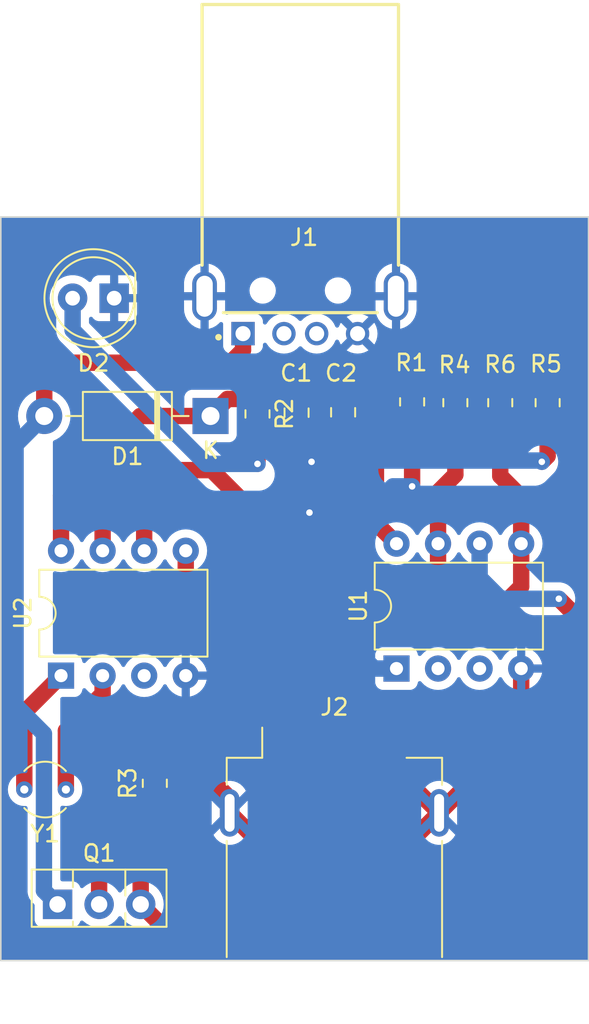
<source format=kicad_pcb>
(kicad_pcb (version 20221018) (generator pcbnew)
  (layers (0 "F.Cu" signal) (31 "B.Cu" signal) (34 "B.Paste" user) (35 "F.Paste" user) (36 "B.SilkS" user "B.Silkscreen") (37 "F.SilkS" user "F.Silkscreen") (38 "B.Mask" user) (39 "F.Mask" user) (44 "Edge.Cuts" user))
  (net 0 "")
  (net 1 "+5V")
  (net 2 "GND")
  (net 3 "Net-(D1-A)")
  (net 4 "Net-(D2-A)")
  (net 7 "Net-(J2-VBUS)")
  (net 10 "mosfet")
  (net 11 "Net-(U1-~{RESET}{slash}PB5)")
  (net 12 "SCL")
  (net 13 "Net-(U2-SQW{slash}OUT)")
  (net 14 "SDA")
  (net 17 "Net-(U2-X1)")
  (net 18 "Net-(U2-X2)")
  (footprint "Capacitor_SMD:C_0805_2012Metric" (layer "F.Cu") (at 122.3264 63.754 -90)
    (fp_text reference "C2" (at -2.3876 0.127 -180) (layer "F.SilkS"))
    (fp_text value "4.7uF")
    (fp_line (start -0.261252 -0.735) (end 0.261252 -0.735) (stroke (width 0.12)) (layer "F.SilkS"))
    (fp_line (start -0.261252 0.735) (end 0.261252 0.735) (stroke (width 0.12)) (layer "F.SilkS"))
    (pad "1" smd roundrect (at -0.95 0 270) (size 1 1.45) (layers "F.Cu" "F.Paste" "F.Mask") (net 1 "+5V"))
    (pad "2" smd roundrect (at 0.95 0 270) (size 1 1.45) (layers "F.Cu" "F.Paste" "F.Mask") (net 2 "GND"))
  )
  (footprint "Package_DIP:DIP-8_W7.62mm" (layer "F.Cu") (at 125.5876 79.3904 90)
    (fp_text reference "U1" (at 3.81 -2.33 90) (layer "F.SilkS"))
    (fp_text value "ATtiny85-20P")
    (fp_line (start 1.16 -1.33) (end 1.16 8.95) (stroke (width 0.12)) (layer "F.SilkS"))
    (fp_line (start 1.16 8.95) (end 6.46 8.95) (stroke (width 0.12)) (layer "F.SilkS"))
    (fp_line (start 2.81 -1.33) (end 1.16 -1.33) (stroke (width 0.12)) (layer "F.SilkS"))
    (fp_line (start 6.46 -1.33) (end 4.81 -1.33) (stroke (width 0.12)) (layer "F.SilkS"))
    (fp_line (start 6.46 8.95) (end 6.46 -1.33) (stroke (width 0.12)) (layer "F.SilkS"))
    (fp_arc (start 4.81 -1.33) (mid 3.81 -0.33) (end 2.81 -1.33) (stroke (width 0.12)) (layer "F.SilkS"))
    (pad "1" thru_hole rect (at 0 0 90) (size 1.6 1.6) (drill 0.8) (layers "*.Cu" "*.Mask") (net 11 "Net-(U1-~{RESET}{slash}PB5)"))
    (pad "2" thru_hole oval (at 0 2.54 90) (size 1.6 1.6) (drill 0.8) (layers "*.Cu" "*.Mask"))
    (pad "3" thru_hole oval (at 0 5.08 90) (size 1.6 1.6) (drill 0.8) (layers "*.Cu" "*.Mask"))
    (pad "4" thru_hole oval (at 0 7.62 90) (size 1.6 1.6) (drill 0.8) (layers "*.Cu" "*.Mask") (net 2 "GND"))
    (pad "5" thru_hole oval (at 7.62 7.62 90) (size 1.6 1.6) (drill 0.8) (layers "*.Cu" "*.Mask") (net 14 "SDA"))
    (pad "6" thru_hole oval (at 7.62 5.08 90) (size 1.6 1.6) (drill 0.8) (layers "*.Cu" "*.Mask") (net 10 "mosfet"))
    (pad "7" thru_hole oval (at 7.62 2.54 90) (size 1.6 1.6) (drill 0.8) (layers "*.Cu" "*.Mask") (net 12 "SCL"))
    (pad "8" thru_hole oval (at 7.62 0 90) (size 1.6 1.6) (drill 0.8) (layers "*.Cu" "*.Mask") (net 1 "+5V"))
  )
  (footprint "LED_THT:LED_D5.0mm" (layer "F.Cu") (at 108.336 56.7944 180)
    (fp_text reference "D2" (at 1.27 -3.96) (layer "F.SilkS"))
    (fp_text value "LED")
    (fp_line (start -1.29 -1.545) (end -1.29 1.545) (stroke (width 0.12)) (layer "F.SilkS"))
    (fp_arc (start -1.29 -1.54483) (mid 2.072002 -2.880433) (end 4.26 0.000462) (stroke (width 0.12)) (layer "F.SilkS"))
    (fp_arc (start 4.26 -0.000462) (mid 2.072002 2.880433) (end -1.29 1.54483) (stroke (width 0.12)) (layer "F.SilkS"))
    (fp_circle (center 1.27 0) (end 3.77 0) (stroke (width 0.12)) (fill none) (layer "F.SilkS"))
    (pad "1" thru_hole rect (at 0 0 180) (size 1.8 1.8) (drill 0.9) (layers "*.Cu" "*.Mask") (net 2 "GND"))
    (pad "2" thru_hole circle (at 2.54 0 180) (size 1.8 1.8) (drill 0.9) (layers "*.Cu" "*.Mask") (net 4 "Net-(D2-A)"))
  )
  (footprint "Package_DIP:DIP-8_W7.62mm" (layer "F.Cu") (at 105.0898 79.8222 90)
    (fp_text reference "U2" (at 3.81 -2.33 90) (layer "F.SilkS"))
    (fp_text value "DS1307+")
    (fp_line (start 1.16 -1.33) (end 1.16 8.95) (stroke (width 0.12)) (layer "F.SilkS"))
    (fp_line (start 1.16 8.95) (end 6.46 8.95) (stroke (width 0.12)) (layer "F.SilkS"))
    (fp_line (start 2.81 -1.33) (end 1.16 -1.33) (stroke (width 0.12)) (layer "F.SilkS"))
    (fp_line (start 6.46 -1.33) (end 4.81 -1.33) (stroke (width 0.12)) (layer "F.SilkS"))
    (fp_line (start 6.46 8.95) (end 6.46 -1.33) (stroke (width 0.12)) (layer "F.SilkS"))
    (fp_arc (start 4.81 -1.33) (mid 3.81 -0.33) (end 2.81 -1.33) (stroke (width 0.12)) (layer "F.SilkS"))
    (pad "1" thru_hole rect (at 0 0 90) (size 1.6 1.6) (drill 0.8) (layers "*.Cu" "*.Mask") (net 17 "Net-(U2-X1)"))
    (pad "2" thru_hole oval (at 0 2.54 90) (size 1.6 1.6) (drill 0.8) (layers "*.Cu" "*.Mask") (net 18 "Net-(U2-X2)"))
    (pad "3" thru_hole oval (at 0 5.08 90) (size 1.6 1.6) (drill 0.8) (layers "*.Cu" "*.Mask"))
    (pad "4" thru_hole oval (at 0 7.62 90) (size 1.6 1.6) (drill 0.8) (layers "*.Cu" "*.Mask") (net 2 "GND"))
    (pad "5" thru_hole oval (at 7.62 7.62 90) (size 1.6 1.6) (drill 0.8) (layers "*.Cu" "*.Mask") (net 14 "SDA"))
    (pad "6" thru_hole oval (at 7.62 5.08 90) (size 1.6 1.6) (drill 0.8) (layers "*.Cu" "*.Mask") (net 12 "SCL"))
    (pad "7" thru_hole oval (at 7.62 2.54 90) (size 1.6 1.6) (drill 0.8) (layers "*.Cu" "*.Mask") (net 13 "Net-(U2-SQW{slash}OUT)"))
    (pad "8" thru_hole oval (at 7.62 0 90) (size 1.6 1.6) (drill 0.8) (layers "*.Cu" "*.Mask") (net 1 "+5V"))
  )
  (footprint "Resistor_SMD:R_0805_2012Metric" (layer "F.Cu") (at 129.1844 63.1698 -90)
    (fp_text reference "R4" (at -2.3114 0.0508 -180) (layer "F.SilkS"))
    (fp_text value "4k7")
    (fp_line (start -0.227064 -0.735) (end 0.227064 -0.735) (stroke (width 0.12)) (layer "F.SilkS"))
    (fp_line (start -0.227064 0.735) (end 0.227064 0.735) (stroke (width 0.12)) (layer "F.SilkS"))
    (pad "1" smd roundrect (at -0.9125 0 270) (size 1.025 1.4) (layers "F.Cu" "F.Paste" "F.Mask") (roundrect_rratio 0.243902) (net 1 "+5V"))
    (pad "2" smd roundrect (at 0.9125 0 270) (size 1.025 1.4) (layers "F.Cu" "F.Paste" "F.Mask") (roundrect_rratio 0.243902) (net 12 "SCL"))
  )
  (footprint "Package_TO_SOT_THT:TO-126-3_Vertical" (layer "F.Cu") (at 104.8766 93.7768)
    (fp_text reference "Q1" (at 2.54 -3.12) (layer "F.SilkS"))
    (fp_text value "BD136")
    (fp_line (start -1.58 -2.12) (end -1.58 1.37) (stroke (width 0.12)) (layer "F.SilkS"))
    (fp_line (start -1.58 -2.12) (end 6.66 -2.12) (stroke (width 0.12)) (layer "F.SilkS"))
    (fp_line (start -1.58 1.37) (end 6.66 1.37) (stroke (width 0.12)) (layer "F.SilkS"))
    (fp_line (start 0.94 -2.12) (end 0.94 -1.05) (stroke (width 0.12)) (layer "F.SilkS"))
    (fp_line (start 0.94 1.05) (end 0.94 1.37) (stroke (width 0.12)) (layer "F.SilkS"))
    (fp_line (start 4.141 -2.12) (end 4.141 -0.54) (stroke (width 0.12)) (layer "F.SilkS"))
    (fp_line (start 4.141 0.54) (end 4.141 1.37) (stroke (width 0.12)) (layer "F.SilkS"))
    (fp_line (start 6.66 -2.12) (end 6.66 1.37) (stroke (width 0.12)) (layer "F.SilkS"))
    (pad "1" thru_hole rect (at 0 0) (size 1.8 1.8) (drill 1) (layers "*.Cu" "*.Mask") (net 3 "Net-(D1-A)"))
    (pad "2" thru_hole oval (at 2.54 0) (size 1.8 1.8) (drill 1) (layers "*.Cu" "*.Mask") (net 7 "Net-(J2-VBUS)"))
    (pad "3" thru_hole oval (at 5.08 0) (size 1.8 1.8) (drill 1) (layers "*.Cu" "*.Mask") (net 10 "mosfet"))
  )
  (footprint "Resistor_SMD:R_0805_2012Metric" (layer "F.Cu") (at 126.5428 63.119 90)
    (fp_text reference "R1" (at 2.3876 -0.0508 180) (layer "F.SilkS"))
    (fp_text value "10k")
    (fp_line (start -0.227064 -0.735) (end 0.227064 -0.735) (stroke (width 0.12)) (layer "F.SilkS"))
    (fp_line (start -0.227064 0.735) (end 0.227064 0.735) (stroke (width 0.12)) (layer "F.SilkS"))
    (pad "1" smd roundrect (at -0.9125 0 90) (size 1.025 1.4) (layers "F.Cu" "F.Paste" "F.Mask") (roundrect_rratio 0.243902) (net 11 "Net-(U1-~{RESET}{slash}PB5)"))
    (pad "2" smd roundrect (at 0.9125 0 90) (size 1.025 1.4) (layers "F.Cu" "F.Paste" "F.Mask") (roundrect_rratio 0.243902) (net 1 "+5V"))
  )
  (footprint "Resistor_SMD:R_0805_2012Metric" (layer "F.Cu") (at 110.8202 86.3914 90)
    (fp_text reference "R3" (at 0 -1.65 90) (layer "F.SilkS"))
    (fp_text value "10k")
    (fp_line (start -0.227064 -0.735) (end 0.227064 -0.735) (stroke (width 0.12)) (layer "F.SilkS"))
    (fp_line (start -0.227064 0.735) (end 0.227064 0.735) (stroke (width 0.12)) (layer "F.SilkS"))
    (pad "1" smd roundrect (at -0.9125 0 90) (size 1.025 1.4) (layers "F.Cu" "F.Paste" "F.Mask") (roundrect_rratio 0.243902) (net 10 "mosfet"))
    (pad "2" smd roundrect (at 0.9125 0 90) (size 1.025 1.4) (layers "F.Cu" "F.Paste" "F.Mask") (roundrect_rratio 0.243902) (net 2 "GND"))
  )
  (footprint "Resistor_SMD:R_0805_2012Metric" (layer "F.Cu") (at 117.094 63.8556 -90)
    (fp_text reference "R2" (at 0 -1.65 90) (layer "F.SilkS"))
    (fp_text value "10k")
    (fp_line (start -0.227064 -0.735) (end 0.227064 -0.735) (stroke (width 0.12)) (layer "F.SilkS"))
    (fp_line (start -0.227064 0.735) (end 0.227064 0.735) (stroke (width 0.12)) (layer "F.SilkS"))
    (pad "1" smd roundrect (at -0.9125 0 270) (size 1.025 1.4) (layers "F.Cu" "F.Paste" "F.Mask") (roundrect_rratio 0.243902) (net 1 "+5V"))
    (pad "2" smd roundrect (at 0.9125 0 270) (size 1.025 1.4) (layers "F.Cu" "F.Paste" "F.Mask") (roundrect_rratio 0.243902) (net 4 "Net-(D2-A)"))
  )
  (footprint "Resistor_SMD:R_0805_2012Metric" (layer "F.Cu") (at 134.8232 63.1698 -90)
    (fp_text reference "R5" (at -2.3622 0.1016 -180) (layer "F.SilkS"))
    (fp_text value "4k7")
    (fp_line (start -0.227064 -0.735) (end 0.227064 -0.735) (stroke (width 0.12)) (layer "F.SilkS"))
    (fp_line (start -0.227064 0.735) (end 0.227064 0.735) (stroke (width 0.12)) (layer "F.SilkS"))
    (pad "1" smd roundrect (at -0.9125 0 270) (size 1.025 1.4) (layers "F.Cu" "F.Paste" "F.Mask") (roundrect_rratio 0.243902) (net 1 "+5V"))
    (pad "2" smd roundrect (at 0.9125 0 270) (size 1.025 1.4) (layers "F.Cu" "F.Paste" "F.Mask") (roundrect_rratio 0.243902) (net 13 "Net-(U2-SQW{slash}OUT)"))
  )
  (footprint "Capacitor_SMD:C_0805_2012Metric" (layer "F.Cu") (at 119.4816 63.7794 -90)
    (fp_text reference "C1" (at -2.413 0.0254 -180) (layer "F.SilkS"))
    (fp_text value "0.1uF")
    (fp_line (start -0.261252 -0.735) (end 0.261252 -0.735) (stroke (width 0.12)) (layer "F.SilkS"))
    (fp_line (start -0.261252 0.735) (end 0.261252 0.735) (stroke (width 0.12)) (layer "F.SilkS"))
    (pad "1" smd roundrect (at -0.95 0 270) (size 1 1.45) (layers "F.Cu" "F.Paste" "F.Mask") (net 1 "+5V"))
    (pad "2" smd roundrect (at 0.95 0 270) (size 1 1.45) (layers "F.Cu" "F.Paste" "F.Mask") (net 2 "GND"))
  )
  (footprint "Resistor_SMD:R_0805_2012Metric" (layer "F.Cu") (at 131.9276 63.1698 -90)
    (fp_text reference "R6" (at -2.3368 0 -180) (layer "F.SilkS"))
    (fp_text value "4k7")
    (fp_line (start -0.227064 -0.735) (end 0.227064 -0.735) (stroke (width 0.12)) (layer "F.SilkS"))
    (fp_line (start -0.227064 0.735) (end 0.227064 0.735) (stroke (width 0.12)) (layer "F.SilkS"))
    (pad "1" smd roundrect (at -0.9125 0 270) (size 1.025 1.4) (layers "F.Cu" "F.Paste" "F.Mask") (roundrect_rratio 0.243902) (net 1 "+5V"))
    (pad "2" smd roundrect (at 0.9125 0 270) (size 1.025 1.4) (layers "F.Cu" "F.Paste" "F.Mask") (roundrect_rratio 0.243902) (net 14 "SDA"))
  )
  (footprint "Crystal:Crystal_AT310_D3.0mm_L10.0mm_Vertical" (layer "F.Cu") (at 105.3846 86.7724 180)
    (fp_text reference "Y1" (at 1.27 -2.7) (layer "F.SilkS"))
    (fp_text value "Crystal")
    (fp_arc (start 0 -1.130088) (mid 1.270408 -1.7) (end 2.540542 -1.129479) (stroke (width 0.12)) (layer "F.SilkS"))
    (fp_arc (start 2.540542 1.129479) (mid 1.270408 1.7) (end 0 1.130088) (stroke (width 0.12)) (layer "F.SilkS"))
    (pad "1" thru_hole circle (at 0 0 180) (size 1 1) (drill 0.5) (layers "*.Cu" "*.Mask") (net 18 "Net-(U2-X2)"))
    (pad "2" thru_hole circle (at 2.54 0 180) (size 1 1) (drill 0.5) (layers "*.Cu" "*.Mask") (net 17 "Net-(U2-X1)"))
  )
  (footprint "Connector_USB:USB_A_Receptacle_GCT_USB1046" (layer "F.Cu") (at 121.793 91.7448)
    (fp_text reference "J2" (at 0 -10) (layer "F.SilkS"))
    (fp_text value "USB_A")
    (fp_line (start -6.58 -6.91) (end -6.58 -5.26) (stroke (width 0.12)) (layer "F.SilkS"))
    (fp_line (start -6.58 -1.84) (end -6.58 5.25) (stroke (width 0.12)) (layer "F.SilkS"))
    (fp_line (start -4.41 -6.91) (end -6.58 -6.91) (stroke (width 0.12)) (layer "F.SilkS"))
    (fp_line (start -4.41 -6.91) (end -4.41 -8.75) (stroke (width 0.12)) (layer "F.SilkS"))
    (fp_line (start 4.41 -6.91) (end 6.58 -6.91) (stroke (width 0.12)) (layer "F.SilkS"))
    (fp_line (start 6.58 -6.91) (end 6.58 -5.26) (stroke (width 0.12)) (layer "F.SilkS"))
    (fp_line (start 6.58 -1.84) (end 6.58 5.25) (stroke (width 0.12)) (layer "F.SilkS"))
    (pad "1" smd roundrect (at -3.5 -7.25) (size 1.3 3) (layers "F.Cu" "F.Paste" "F.Mask") (net 7 "Net-(J2-VBUS)"))
    (pad "2" smd roundrect (at -1 -7.25) (size 1.3 3) (layers "F.Cu" "F.Paste" "F.Mask"))
    (pad "3" smd roundrect (at 1 -7.25) (size 1.3 3) (layers "F.Cu" "F.Paste" "F.Mask"))
    (pad "4" smd roundrect (at 3.5 -7.25) (size 1.3 3) (layers "F.Cu" "F.Paste" "F.Mask") (net 2 "GND"))
    (pad "5" thru_hole oval (at -6.4 -3.55) (size 1.2 2.9) (drill oval 0.6 2.3) (layers "*.Cu" "*.Mask") (net 2 "GND"))
    (pad "5" thru_hole oval (at 6.4 -3.55) (size 1.2 2.9) (drill oval 0.6 2.3) (layers "*.Cu" "*.Mask") (net 2 "GND"))
  )
  (footprint "Diode_THT:D_DO-41_SOD81_P10.16mm_Horizontal" (layer "F.Cu") (at 114.2238 63.9826 180)
    (fp_text reference "D1" (at 5.08 -2.47) (layer "F.SilkS"))
    (fp_text value "1N4004")
    (fp_text user "K" (at 0 -2.1) (layer "F.SilkS"))
    (fp_line (start 1.34 0) (end 2.36 0) (stroke (width 0.12)) (layer "F.SilkS"))
    (fp_line (start 2.36 -1.47) (end 2.36 1.47) (stroke (width 0.12)) (layer "F.SilkS"))
    (fp_line (start 2.36 1.47) (end 7.8 1.47) (stroke (width 0.12)) (layer "F.SilkS"))
    (fp_line (start 3.14 -1.47) (end 3.14 1.47) (stroke (width 0.12)) (layer "F.SilkS"))
    (fp_line (start 3.26 -1.47) (end 3.26 1.47) (stroke (width 0.12)) (layer "F.SilkS"))
    (fp_line (start 3.38 -1.47) (end 3.38 1.47) (stroke (width 0.12)) (layer "F.SilkS"))
    (fp_line (start 7.8 -1.47) (end 2.36 -1.47) (stroke (width 0.12)) (layer "F.SilkS"))
    (fp_line (start 7.8 1.47) (end 7.8 -1.47) (stroke (width 0.12)) (layer "F.SilkS"))
    (fp_line (start 8.82 0) (end 7.8 0) (stroke (width 0.12)) (layer "F.SilkS"))
    (pad "1" thru_hole rect (at 0 0 180) (size 2.2 2.2) (drill 1.1) (layers "*.Cu" "*.Mask") (net 1 "+5V"))
    (pad "2" thru_hole oval (at 10.16 0 180) (size 2.2 2.2) (drill 1.1) (layers "*.Cu" "*.Mask") (net 3 "Net-(D1-A)"))
  )
  (footprint "C-Footprint:SAMTEC_USB-AM-S-X-X-TH" (layer "F.Cu") (at 119.7102 56.676 180)
    (fp_text reference "J1" (at -0.2286 3.59) (layer "F.SilkS"))
    (fp_text value "USB-AM-S-X-X-TH")
    (fp_line (start -6 17.8) (end -6 1.9) (stroke (width 0.2)) (layer "F.SilkS"))
    (fp_line (start -4.7 -1) (end 4.7 -1) (stroke (width 0.2)) (layer "F.SilkS"))
    (fp_line (start 6 1.9) (end 6 17.8) (stroke (width 0.2)) (layer "F.SilkS"))
    (fp_line (start 6 17.8) (end -6 17.8) (stroke (width 0.2)) (layer "F.SilkS"))
    (fp_circle (center 5 -2.5) (end 5.1 -2.5) (stroke (width 0.2)) (fill none) (layer "F.SilkS"))
    (pad "" np_thru_hole circle (at -2.3 0.35 180) (size 1.1 1.1) (drill 1.1) (layers "*.Cu" "*.Mask"))
    (pad "" np_thru_hole circle (at 2.3 0.35 180) (size 1.1 1.1) (drill 1.1) (layers "*.Cu" "*.Mask"))
    (pad "01" thru_hole rect (at 3.5 -2.28 180) (size 1.428 1.428) (drill 0.92) (layers "*.Cu" "*.Mask") (net 3 "Net-(D1-A)"))
    (pad "02" thru_hole circle (at 1 -2.28 180) (size 1.428 1.428) (drill 0.92) (layers "*.Cu" "*.Mask"))
    (pad "03" thru_hole circle (at -1 -2.28 180) (size 1.428 1.428) (drill 0.92) (layers "*.Cu" "*.Mask"))
    (pad "04" thru_hole circle (at -3.5 -2.28 180) (size 1.428 1.428) (drill 0.92) (layers "*.Cu" "*.Mask") (net 2 "GND"))
    (pad "S1" thru_hole oval (at -5.85 0 180) (size 1.508 3.016) (drill oval 1 2.5) (layers "*.Cu" "*.Mask") (net 2 "GND"))
    (pad "S2" thru_hole oval (at 5.85 0 180) (size 1.508 3.016) (drill oval 1 2.5) (layers "*.Cu" "*.Mask") (net 2 "GND"))
  )
  (gr_rect (start 101.4095 51.8414) (end 137.3251 97.2058) (stroke (width 0.1)) (fill none) (layer "Edge.Cuts"))
  (segment (start 125.9453 62.804) (end 126.5428 62.2065) (width 1) (layer "F.Cu") (net 1))
  (segment (start 119.4206 62.8904) (end 117.1467 62.8904) (width 1) (layer "F.Cu") (net 1))
  (segment (start 126.5307 62.1944) (end 126.5428 62.2065) (width 1) (layer "F.Cu") (net 1))
  (segment (start 129.1844 62.2573) (end 131.9276 62.2573) (width 1) (layer "F.Cu") (net 1))
  (segment (start 125.5876 71.7704) (end 124.333 70.5158) (width 1) (layer "F.Cu") (net 1))
  (segment (start 119.4816 62.8294) (end 122.301 62.8294) (width 1) (layer "F.Cu") (net 1))
  (segment (start 122.3264 62.804) (end 124.333 62.804) (width 1) (layer "F.Cu") (net 1))
  (segment (start 117.094 62.9431) (end 115.2633 62.9431) (width 1) (layer "F.Cu") (net 1))
  (segment (start 109.9312 63.9826) (end 114.2238 63.9826) (width 1) (layer "F.Cu") (net 1))
  (segment (start 117.1467 62.8904) (end 117.094 62.9431) (width 1) (layer "F.Cu") (net 1))
  (segment (start 124.333 62.804) (end 125.9453 62.804) (width 1) (layer "F.Cu") (net 1))
  (segment (start 131.9276 62.2573) (end 134.8232 62.2573) (width 1) (layer "F.Cu") (net 1))
  (segment (start 129.1336 62.2065) (end 129.1844 62.2573) (width 1) (layer "F.Cu") (net 1))
  (segment (start 126.5428 62.2065) (end 129.1336 62.2065) (width 1) (layer "F.Cu") (net 1))
  (segment (start 124.333 70.5158) (end 124.333 62.804) (width 1) (layer "F.Cu") (net 1))
  (segment (start 115.2633 62.9431) (end 114.2238 63.9826) (width 1) (layer "F.Cu") (net 1))
  (segment (start 105.0898 72.2022) (end 105.0898 68.824) (width 1) (layer "F.Cu") (net 1))
  (segment (start 119.4816 62.8294) (end 119.4206 62.8904) (width 1) (layer "F.Cu") (net 1))
  (segment (start 105.0898 68.824) (end 109.9312 63.9826) (width 1) (layer "F.Cu") (net 1))
  (segment (start 122.301 62.8294) (end 122.3264 62.804) (width 1) (layer "F.Cu") (net 1))
  (segment (start 120.396 66.7766) (end 120.8278 66.3448) (width 1) (layer "F.Cu") (net 2))
  (segment (start 120.6246 64.7294) (end 119.4816 64.7294) (width 1) (layer "F.Cu") (net 2))
  (segment (start 115.393 88.1948) (end 118.1302 90.932) (width 1) (layer "F.Cu") (net 2))
  (segment (start 113.5713 85.4789) (end 115.393 87.3006) (width 1) (layer "F.Cu") (net 2))
  (segment (start 118.1302 90.932) (end 125.4558 90.932) (width 1) (layer "F.Cu") (net 2))
  (segment (start 120.8278 66.3448) (end 120.8278 64.9326) (width 1) (layer "F.Cu") (net 2))
  (segment (start 125.293 84.4948) (end 125.293 85.2948) (width 1) (layer "F.Cu") (net 2))
  (segment (start 119.4816 64.7294) (end 122.301 64.7294) (width 1) (layer "F.Cu") (net 2))
  (segment (start 110.8202 85.4789) (end 113.5713 85.4789) (width 1) (layer "F.Cu") (net 2))
  (segment (start 125.4558 90.932) (end 128.193 88.1948) (width 1) (layer "F.Cu") (net 2))
  (segment (start 108.4544 56.676) (end 108.336 56.7944) (width 1) (layer "F.Cu") (net 2))
  (segment (start 133.2076 83.1802) (end 128.193 88.1948) (width 1) (layer "F.Cu") (net 2))
  (segment (start 115.393 87.3006) (end 115.393 88.1948) (width 1) (layer "F.Cu") (net 2))
  (segment (start 125.293 85.2948) (end 128.193 88.1948) (width 1) (layer "F.Cu") (net 2))
  (segment (start 120.8278 64.9326) (end 120.6246 64.7294) (width 1) (layer "F.Cu") (net 2))
  (segment (start 123.2102 58.956) (end 123.2802 58.956) (width 1) (layer "F.Cu") (net 2))
  (segment (start 133.2076 79.3904) (end 133.2076 83.1802) (width 1) (layer "F.Cu") (net 2))
  (segment (start 122.301 64.7294) (end 122.3264 64.704) (width 1) (layer "F.Cu") (net 2))
  (via (at 120.396 66.7766) (size 0.8) (drill 0.4) (layers "F.Cu" "B.Cu") (net 2))
  (segment (start 116.2102 59.9642) (end 116.2102 58.956) (width 1) (layer "F.Cu") (net 3))
  (segment (start 104.0638 63.9826) (end 104.0638 61.5696) (width 1) (layer "F.Cu") (net 3))
  (segment (start 115.443 60.7314) (end 116.2102 59.9642) (width 1) (layer "F.Cu") (net 3))
  (segment (start 104.0638 61.5696) (end 104.902 60.7314) (width 1) (layer "F.Cu") (net 3))
  (segment (start 104.902 60.7314) (end 115.443 60.7314) (width 1) (layer "F.Cu") (net 3))
  (segment (start 104.0446 92.9448) (end 104.0446 83.369) (width 1) (layer "B.Cu") (net 3))
  (segment (start 104.0446 83.369) (end 102.3112 81.6356) (width 1) (layer "B.Cu") (net 3))
  (segment (start 102.3112 81.6356) (end 102.3112 65.7352) (width 1) (layer "B.Cu") (net 3))
  (segment (start 104.8766 93.7768) (end 104.0446 92.9448) (width 1) (layer "B.Cu") (net 3))
  (segment (start 102.3112 65.7352) (end 104.0638 63.9826) (width 1) (layer "B.Cu") (net 3))
  (segment (start 117.094 66.9036) (end 117.094 64.7681) (width 1) (layer "F.Cu") (net 4))
  (via (at 117.094 66.9036) (size 0.8) (drill 0.4) (layers "F.Cu" "B.Cu") (net 4))
  (segment (start 105.796 58.74475) (end 105.796 56.7944) (width 1) (layer "B.Cu") (net 4))
  (segment (start 113.95485 66.9036) (end 105.796 58.74475) (width 1) (layer "B.Cu") (net 4))
  (segment (start 117.094 66.9036) (end 113.95485 66.9036) (width 1) (layer "B.Cu") (net 4))
  (segment (start 116.7546 82.9564) (end 118.293 84.4948) (width 1) (layer "F.Cu") (net 7))
  (segment (start 107.4166 84.5058) (end 108.966 82.9564) (width 1) (layer "F.Cu") (net 7))
  (segment (start 108.966 82.9564) (end 116.7546 82.9564) (width 1) (layer "F.Cu") (net 7))
  (segment (start 107.4166 93.7768) (end 107.4166 84.5058) (width 1) (layer "F.Cu") (net 7))
  (segment (start 112.0648 95.885) (end 135.5598 95.885) (width 1) (layer "F.Cu") (net 10))
  (segment (start 109.9566 93.7768) (end 109.9566 88.1675) (width 1) (layer "F.Cu") (net 10))
  (segment (start 136.5504 94.8944) (end 136.5504 76.1746) (width 1) (layer "F.Cu") (net 10))
  (segment (start 136.5504 76.1746) (end 135.509 75.1332) (width 1) (layer "F.Cu") (net 10))
  (segment (start 109.9566 93.7768) (end 112.0648 95.885) (width 1) (layer "F.Cu") (net 10))
  (segment (start 135.5598 95.885) (end 136.5504 94.8944) (width 1) (layer "F.Cu") (net 10))
  (segment (start 109.9566 88.1675) (end 110.8202 87.3039) (width 1) (layer "F.Cu") (net 10))
  (via (at 135.509 75.1332) (size 0.8) (drill 0.4) (layers "F.Cu" "B.Cu") (net 10))
  (segment (start 130.6676 73.8478) (end 130.6676 71.7704) (width 1) (layer "B.Cu") (net 10))
  (segment (start 135.509 75.1332) (end 131.953 75.1332) (width 1) (layer "B.Cu") (net 10))
  (segment (start 131.953 75.1332) (end 130.6676 73.8478) (width 1) (layer "B.Cu") (net 10))
  (segment (start 126.5428 64.0315) (end 126.5428 68.2752) (width 1) (layer "F.Cu") (net 11))
  (via (at 126.5428 68.2752) (size 0.8) (drill 0.4) (layers "F.Cu" "B.Cu") (net 11))
  (segment (start 121.9454 71.7042) (end 121.9454 77.1144) (width 1) (layer "B.Cu") (net 11))
  (segment (start 121.9454 77.1144) (end 124.2214 79.3904) (width 1) (layer "B.Cu") (net 11))
  (segment (start 126.5428 68.2752) (end 125.3744 68.2752) (width 1) (layer "B.Cu") (net 11))
  (segment (start 125.3744 68.2752) (end 121.9454 71.7042) (width 1) (layer "B.Cu") (net 11))
  (segment (start 124.2214 79.3904) (end 125.5876 79.3904) (width 1) (layer "B.Cu") (net 11))
  (segment (start 127.3302 74.0664) (end 128.1276 73.269) (width 1) (layer "F.Cu") (net 12))
  (segment (start 110.1698 70.6528) (end 111.125 69.6976) (width 1) (layer "F.Cu") (net 12))
  (segment (start 114.9858 70.866) (end 114.9858 73.406) (width 1) (layer "F.Cu") (net 12))
  (segment (start 128.1276 73.269) (end 128.1276 71.7704) (width 1) (layer "F.Cu") (net 12))
  (segment (start 113.8174 69.6976) (end 114.9858 70.866) (width 1) (layer "F.Cu") (net 12))
  (segment (start 111.125 69.6976) (end 113.8174 69.6976) (width 1) (layer "F.Cu") (net 12))
  (segment (start 115.6462 74.0664) (end 127.3302 74.0664) (width 1) (layer "F.Cu") (net 12))
  (segment (start 129.1844 64.0823) (end 129.1844 67.564) (width 1) (layer "F.Cu") (net 12))
  (segment (start 110.1698 72.2022) (end 110.1698 70.6528) (width 1) (layer "F.Cu") (net 12))
  (segment (start 114.9858 73.406) (end 115.6462 74.0664) (width 1) (layer "F.Cu") (net 12))
  (segment (start 128.1276 68.6208) (end 128.1276 71.7704) (width 1) (layer "F.Cu") (net 12))
  (segment (start 129.1844 67.564) (end 128.1276 68.6208) (width 1) (layer "F.Cu") (net 12))
  (segment (start 134.8232 66.421) (end 134.8232 64.0823) (width 1) (layer "F.Cu") (net 13))
  (segment (start 107.6298 69.9162) (end 107.6298 72.2022) (width 1) (layer "F.Cu") (net 13))
  (segment (start 120.269 69.8754) (end 119.7356 70.4088) (width 1) (layer "F.Cu") (net 13))
  (segment (start 114.3 67.2846) (end 110.2614 67.2846) (width 1) (layer "F.Cu") (net 13))
  (segment (start 134.4676 66.7766) (end 134.8232 66.421) (width 1) (layer "F.Cu") (net 13))
  (segment (start 110.2614 67.2846) (end 107.6298 69.9162) (width 1) (layer "F.Cu") (net 13))
  (segment (start 117.4242 70.4088) (end 114.3 67.2846) (width 1) (layer "F.Cu") (net 13))
  (segment (start 119.7356 70.4088) (end 117.4242 70.4088) (width 1) (layer "F.Cu") (net 13))
  (via (at 134.4676 66.7766) (size 0.8) (drill 0.4) (layers "F.Cu" "B.Cu") (net 13))
  (via (at 120.269 69.8754) (size 0.8) (drill 0.4) (layers "F.Cu" "B.Cu") (net 13))
  (segment (start 123.063 66.7004) (end 134.3914 66.7004) (width 1) (layer "B.Cu") (net 13))
  (segment (start 134.3914 66.7004) (end 134.4676 66.7766) (width 1) (layer "B.Cu") (net 13))
  (segment (start 120.269 69.8754) (end 120.269 69.4944) (width 1) (layer "B.Cu") (net 13))
  (segment (start 120.269 69.4944) (end 123.063 66.7004) (width 1) (layer "B.Cu") (net 13))
  (segment (start 133.2076 74.3866) (end 133.2076 71.7704) (width 1) (layer "F.Cu") (net 14))
  (segment (start 112.7098 74.3558) (end 114.1476 75.7936) (width 1) (layer "F.Cu") (net 14))
  (segment (start 131.9276 67.6402) (end 131.9276 64.0823) (width 1) (layer "F.Cu") (net 14))
  (segment (start 133.2076 71.7704) (end 133.2076 68.9202) (width 1) (layer "F.Cu") (net 14))
  (segment (start 112.7098 72.2022) (end 112.7098 74.3558) (width 1) (layer "F.Cu") (net 14))
  (segment (start 133.2076 68.9202) (end 131.9276 67.6402) (width 1) (layer "F.Cu") (net 14))
  (segment (start 114.1476 75.7936) (end 131.8006 75.7936) (width 1) (layer "F.Cu") (net 14))
  (segment (start 131.8006 75.7936) (end 133.2076 74.3866) (width 1) (layer "F.Cu") (net 14))
  (segment (start 102.8446 82.0674) (end 105.0898 79.8222) (width 1) (layer "F.Cu") (net 17))
  (segment (start 102.8446 86.7724) (end 102.8446 82.0674) (width 1) (layer "F.Cu") (net 17))
  (segment (start 107.6298 80.9376) (end 107.6298 79.8222) (width 1) (layer "F.Cu") (net 18))
  (segment (start 105.3846 86.7724) (end 105.3846 83.1828) (width 1) (layer "F.Cu") (net 18))
  (segment (start 105.3846 83.1828) (end 107.6298 80.9376) (width 1) (layer "F.Cu") (net 18))
  (zone (net 2) (net_name "GND") (layer "B.Cu") (connect_pads (clearance 0.5)) (min_thickness 0.25) (fill yes (thermal_gap 0.5) (thermal_bridge_width 0.5))
    (polygon (pts (xy 101.4222 51.8414) (xy 137.3124 51.8414) (xy 137.3378 97.2058) (xy 101.4222 97.2058)))
  )
)
</source>
